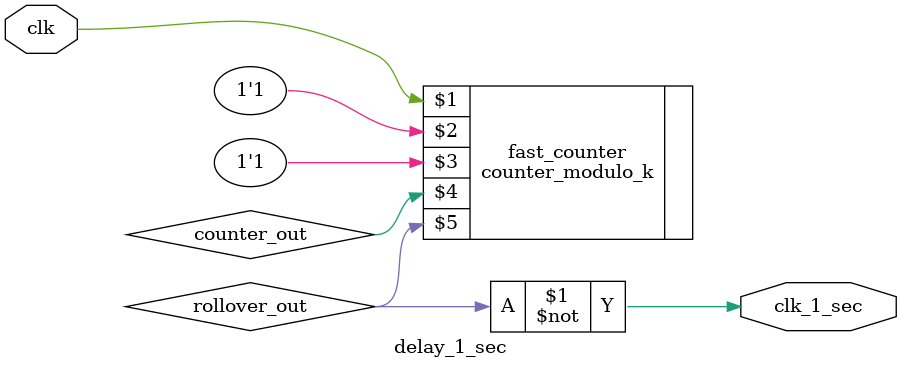
<source format=v>
module delay_1_sec(input clk,
						 output clk_1_sec);
						 
	wire rollover_out, counter_out;
	// 50 000 000
	counter_modulo_k#(10) fast_counter(clk, 1'b1, 1'b1, counter_out, rollover_out);

	assign clk_1_sec = ~rollover_out;
	
endmodule

						 
</source>
